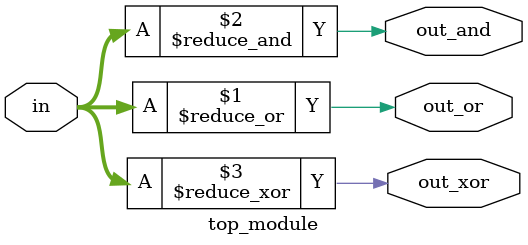
<source format=v>

module top_module( 
    input [99:0] in,
    output out_and,
    output out_or,
    output out_xor 
);
    
    assign out_or = | in[99:0];
    assign out_and = & in[99:0];
    assign out_xor = ^ in[99:0];

endmodule

</source>
